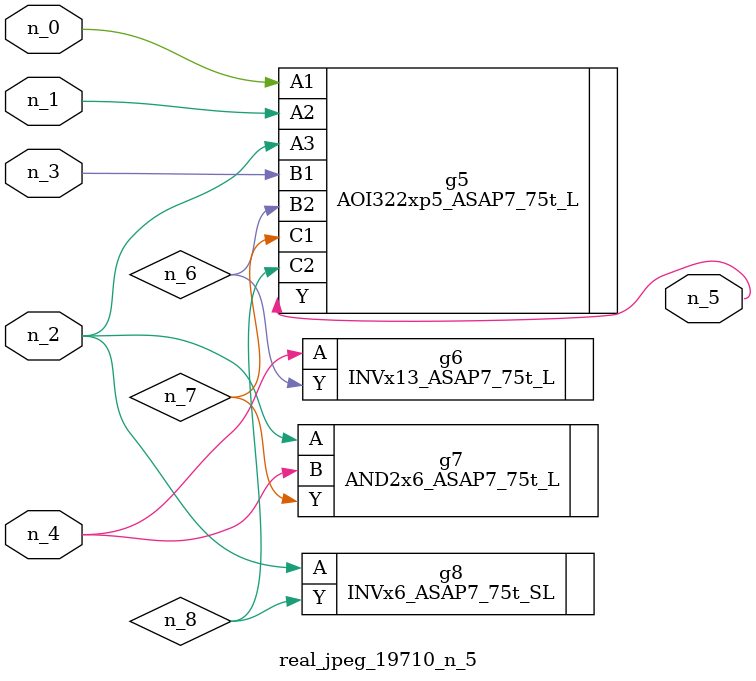
<source format=v>
module real_jpeg_19710_n_5 (n_4, n_0, n_1, n_2, n_3, n_5);

input n_4;
input n_0;
input n_1;
input n_2;
input n_3;

output n_5;

wire n_8;
wire n_6;
wire n_7;

AOI322xp5_ASAP7_75t_L g5 ( 
.A1(n_0),
.A2(n_1),
.A3(n_2),
.B1(n_3),
.B2(n_6),
.C1(n_7),
.C2(n_8),
.Y(n_5)
);

AND2x6_ASAP7_75t_L g7 ( 
.A(n_2),
.B(n_4),
.Y(n_7)
);

INVx6_ASAP7_75t_SL g8 ( 
.A(n_2),
.Y(n_8)
);

INVx13_ASAP7_75t_L g6 ( 
.A(n_4),
.Y(n_6)
);


endmodule
</source>
